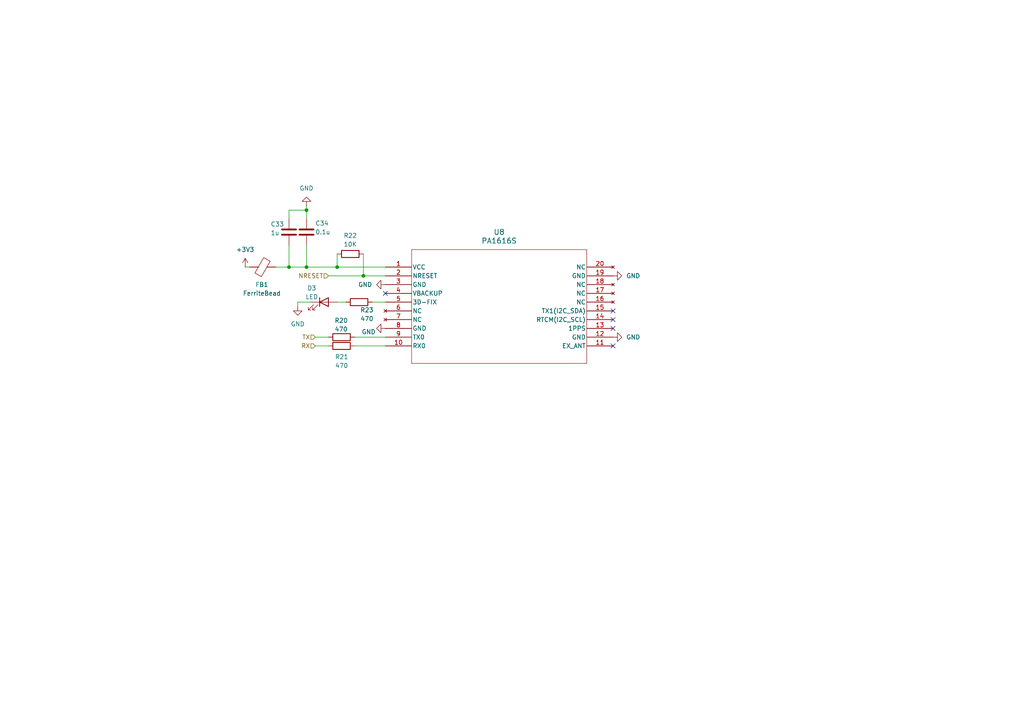
<source format=kicad_sch>
(kicad_sch (version 20250114) (generator "eeschema") (generator_version "9.0")
  (paper "A4")
  (lib_symbols
    (symbol "Device:C" (pin_numbers (hide yes)) (pin_names (offset 0.254))
      (property "Reference" "C" (at 0.635 2.54 0))
      (property "Value" "C" (at 0.635 -2.54 0))
      (symbol "C_0_1"
        (polyline (pts (xy -2.032 0.762) (xy 2.032 0.762)) (stroke (width 0.508)))
        (polyline (pts (xy -2.032 -0.762) (xy 2.032 -0.762)) (stroke (width 0.508)))
      )
      (symbol "C_1_1"
        (pin passive line (at 0 3.81 270) (length 2.794) (name "~") (number "1"))
        (pin passive line (at 0 -3.81 90) (length 2.794) (name "~") (number "2"))
      )
    )
    (symbol "Device:FerriteBead" (pin_numbers (hide yes)) (pin_names (offset 0))
      (property "Reference" "FB" (at -3.81 0.635 90))
      (property "Value" "FerriteBead" (at 3.81 0 90))
      (symbol "FerriteBead_0_1"
        (polyline (pts (xy -2.7686 0.4064) (xy -1.7018 2.2606) (xy 2.7686 -0.3048) (xy 1.6764 -2.159) (xy -2.7686 0.4064)))
        (polyline (pts (xy 0 1.27) (xy 0 1.2954)))
        (polyline (pts (xy 0 -1.27) (xy 0 -1.2192)))
      )
      (symbol "FerriteBead_1_1"
        (pin passive line (at 0 3.81 270) (length 2.54) (name "~") (number "1"))
        (pin passive line (at 0 -3.81 90) (length 2.54) (name "~") (number "2"))
      )
    )
    (symbol "Device:LED" (pin_numbers (hide yes)) (pin_names (offset 1.016) (hide yes))
      (property "Reference" "D" (at 0 2.54 0))
      (property "Value" "LED" (at 0 -2.54 0))
      (symbol "LED_0_1"
        (polyline (pts (xy -3.048 -0.762) (xy -4.572 -2.286) (xy -3.81 -2.286) (xy -4.572 -2.286) (xy -4.572 -1.524)))
        (polyline (pts (xy -1.778 -0.762) (xy -3.302 -2.286) (xy -2.54 -2.286) (xy -3.302 -2.286) (xy -3.302 -1.524)))
        (polyline (pts (xy -1.27 0) (xy 1.27 0)))
        (polyline (pts (xy -1.27 -1.27) (xy -1.27 1.27)) (stroke (width 0.254)))
        (polyline (pts (xy 1.27 -1.27) (xy 1.27 1.27) (xy -1.27 0) (xy 1.27 -1.27)) (stroke (width 0.254)))
      )
      (symbol "LED_1_1"
        (pin passive line (at -3.81 0 0) (length 2.54) (name "K") (number "1"))
        (pin passive line (at 3.81 0 180) (length 2.54) (name "A") (number "2"))
      )
    )
    (symbol "Device:R" (pin_numbers (hide yes)) (pin_names (offset 0))
      (property "Reference" "R" (at 2.032 0 90))
      (property "Value" "R" (at 0 0 90))
      (symbol "R_0_1"
        (rectangle (start -1.016 -2.54) (end 1.016 2.54) (stroke (width 0.254)))
      )
      (symbol "R_1_1"
        (pin passive line (at 0 3.81 270) (length 1.27) (name "~") (number "1"))
        (pin passive line (at 0 -3.81 90) (length 1.27) (name "~") (number "2"))
      )
    )
    (symbol "PA1616S:PA1616S" (pin_names (offset 0.254))
      (property "Reference" "U" (at 33.02 10.16 0))
      (property "Value" "PA1616S" (at 33.02 7.62 0))
      (symbol "PA1616S_0_1"
        (polyline (pts (xy 7.62 5.08) (xy 7.62 -27.94)) (stroke (width 0.127)))
        (polyline (pts (xy 7.62 -27.94) (xy 58.42 -27.94)) (stroke (width 0.127)))
        (polyline (pts (xy 58.42 5.08) (xy 7.62 5.08)) (stroke (width 0.127)))
        (polyline (pts (xy 58.42 -27.94) (xy 58.42 5.08)) (stroke (width 0.127)))
        (pin power_in line (at 0 0 0) (length 7.62) (name "VCC") (number "1"))
        (pin input line (at 0 -2.54 0) (length 7.62) (name "NRESET") (number "2"))
        (pin power_out line (at 0 -5.08 0) (length 7.62) (name "GND") (number "3"))
        (pin power_in line (at 0 -7.62 0) (length 7.62) (name "VBACKUP") (number "4"))
        (pin output line (at 0 -10.16 0) (length 7.62) (name "3D-FIX") (number "5"))
        (pin no_connect line (at 0 -12.7 0) (length 7.62) (name "NC") (number "6"))
        (pin no_connect line (at 0 -15.24 0) (length 7.62) (name "NC") (number "7"))
        (pin power_out line (at 0 -17.78 0) (length 7.62) (name "GND") (number "8"))
        (pin output line (at 0 -20.32 0) (length 7.62) (name "TX0") (number "9"))
        (pin input line (at 0 -22.86 0) (length 7.62) (name "RX0") (number "10"))
        (pin no_connect line (at 66.04 0 180) (length 7.62) (name "NC") (number "20"))
        (pin power_out line (at 66.04 -2.54 180) (length 7.62) (name "GND") (number "19"))
        (pin no_connect line (at 66.04 -5.08 180) (length 7.62) (name "NC") (number "18"))
        (pin no_connect line (at 66.04 -7.62 180) (length 7.62) (name "NC") (number "17"))
        (pin no_connect line (at 66.04 -10.16 180) (length 7.62) (name "NC") (number "16"))
        (pin output line (at 66.04 -12.7 180) (length 7.62) (name "TX1(I2C_SDA)") (number "15"))
        (pin input line (at 66.04 -15.24 180) (length 7.62) (name "RTCM(I2C_SCL)") (number "14"))
        (pin output line (at 66.04 -17.78 180) (length 7.62) (name "1PPS") (number "13"))
        (pin power_out line (at 66.04 -20.32 180) (length 7.62) (name "GND") (number "12"))
        (pin input line (at 66.04 -22.86 180) (length 7.62) (name "EX_ANT") (number "11"))
      )
    )
    (symbol "power:+3V3" (power) (pin_numbers (hide yes)) (pin_names (offset 0) (hide yes))
      (property "Value" "+3V3" (at 0 3.556 0))
      (symbol "+3V3_0_1"
        (polyline (pts (xy -0.762 1.27) (xy 0 2.54)))
        (polyline (pts (xy 0 2.54) (xy 0.762 1.27)))
        (polyline (pts (xy 0 0) (xy 0 2.54)))
      )
      (symbol "+3V3_1_1"
        (pin power_in line (at 0 0 90) (length 0) (name "~") (number "1"))
      )
    )
    (symbol "power:GND" (power) (pin_numbers (hide yes)) (pin_names (offset 0) (hide yes))
      (property "Value" "GND" (at 0 -3.81 0))
      (symbol "GND_0_1"
        (polyline (pts (xy 0 0) (xy 0 -1.27) (xy 1.27 -1.27) (xy 0 -2.54) (xy -1.27 -1.27) (xy 0 -1.27)))
      )
      (symbol "GND_1_1"
        (pin power_in line (at 0 0 270) (length 0) (name "~") (number "1"))
      )
    )
  )
  (junction (at 83.82 77.47))
  (junction (at 88.9 77.47))
  (junction (at 97.79 77.47))
  (junction (at 105.41 80.01))
  (junction (at 88.9 60.96))
  (no_connect (at 177.8 90.17))
  (no_connect (at 177.8 92.71))
  (no_connect (at 177.8 95.25))
  (no_connect (at 177.8 100.33))
  (no_connect (at 111.76 85.09))
  (wire (pts (xy 95.25 80.01) (xy 105.41 80.01)))
  (wire (pts (xy 86.36 88.9) (xy 86.36 87.63)))
  (wire (pts (xy 86.36 87.63) (xy 90.17 87.63)))
  (wire (pts (xy 83.82 63.5) (xy 83.82 60.96)))
  (wire (pts (xy 95.25 97.79) (xy 91.44 97.79)))
  (wire (pts (xy 97.79 73.66) (xy 97.79 77.47)))
  (wire (pts (xy 97.79 77.47) (xy 111.76 77.47)))
  (wire (pts (xy 80.01 77.47) (xy 83.82 77.47)))
  (wire (pts (xy 107.95 87.63) (xy 111.76 87.63)))
  (wire (pts (xy 83.82 77.47) (xy 88.9 77.47)))
  (wire (pts (xy 88.9 77.47) (xy 97.79 77.47)))
  (wire (pts (xy 95.25 100.33) (xy 91.44 100.33)))
  (wire (pts (xy 105.41 73.66) (xy 105.41 80.01)))
  (wire (pts (xy 71.12 77.47) (xy 72.39 77.47)))
  (wire (pts (xy 88.9 60.96) (xy 88.9 63.5)))
  (wire (pts (xy 102.87 100.33) (xy 111.76 100.33)))
  (wire (pts (xy 102.87 97.79) (xy 111.76 97.79)))
  (wire (pts (xy 83.82 71.12) (xy 83.82 77.47)))
  (wire (pts (xy 83.82 60.96) (xy 88.9 60.96)))
  (wire (pts (xy 105.41 80.01) (xy 111.76 80.01)))
  (wire (pts (xy 100.33 87.63) (xy 97.79 87.63)))
  (wire (pts (xy 88.9 77.47) (xy 88.9 71.12)))
  (wire (pts (xy 88.9 60.96) (xy 88.9 59.69)))
  (hierarchical_label "TX" (shape input) (at 91.44 97.79 180))
  (hierarchical_label "RX" (shape input) (at 91.44 100.33 180))
  (hierarchical_label "NRESET" (shape input) (at 95.25 80.01 180))
  (symbol (lib_id "Device:R") (at 99.06 100.33 90) (unit 1)
    (property "Reference" "R21" (at 97.155 103.5049 90) (effects (justify right)))
    (property "Value" "470" (at 97.155 106.0449 90) (effects (justify right)))
    (property "Footprint" "Resistor_SMD:R_0805_2012Metric" (effects (hide yes)))
    (property "Description" "Resistor" (effects (hide yes)))
  )
  (symbol (lib_id "power:GND") (at 111.76 95.25 270) (unit 1)
    (property "Reference" "#PWR072" (effects (hide yes)))
    (property "Value" "GND" (at 108.966 96.266 90) (effects (justify right)))
    (property "Description" "Power symbol creates a global label with name \"GND\" , ground" (effects (hide yes)))
  )
  (symbol (lib_id "PA1616S:PA1616S") (at 111.76 77.47 0) (unit 1)
    (property "Reference" "U8" (at 144.78 67.31 0) (effects (font (size 1.524 1.524))))
    (property "Value" "PA1616S" (at 144.78 69.85 0) (effects (font (size 1.524 1.524))))
    (property "Footprint" "CarteDiem_parts:PA1616S_ADA" (effects (hide yes)))
    (property "Datasheet" "790" (effects (hide yes)))
  )
  (symbol (lib_id "power:GND") (at 111.76 82.55 270) (unit 1)
    (property "Reference" "#PWR071" (effects (hide yes)))
    (property "Value" "GND" (at 107.95 82.5499 90) (effects (justify right)))
    (property "Description" "Power symbol creates a global label with name \"GND\" , ground" (effects (hide yes)))
  )
  (symbol (lib_id "Device:R") (at 101.6 73.66 90) (unit 1)
    (property "Reference" "R22" (at 101.6 68.326 90))
    (property "Value" "10K" (at 101.6 70.866 90))
    (property "Footprint" "Resistor_SMD:R_0603_1608Metric" (effects (hide yes)))
    (property "Description" "Resistor" (effects (hide yes)))
  )
  (symbol (lib_id "Device:FerriteBead") (at 76.2 77.47 90) (unit 1)
    (property "Reference" "FB1" (at 75.946 82.55 90))
    (property "Value" "FerriteBead" (at 75.946 85.09 90))
    (property "Footprint" "Inductor_SMD:L_0603_1608Metric" (effects (hide yes)))
    (property "Description" "Ferrite bead" (effects (hide yes)))
  )
  (symbol (lib_id "power:GND") (at 177.8 97.79 90) (unit 1)
    (property "Reference" "#PWR074" (effects (hide yes)))
    (property "Value" "GND" (at 181.61 97.7899 90) (effects (justify right)))
    (property "Description" "Power symbol creates a global label with name \"GND\" , ground" (effects (hide yes)))
  )
  (symbol (lib_id "power:+3V3") (at 71.12 77.47 0) (unit 1)
    (property "Reference" "#PWR068" (effects (hide yes)))
    (property "Value" "+3V3" (at 71.12 72.39 0))
    (property "Description" "Power symbol creates a global label with name \"+3V3\"" (effects (hide yes)))
  )
  (symbol (lib_id "Device:R") (at 99.06 97.79 270) (unit 1)
    (property "Reference" "R20" (at 97.028 92.964 90) (effects (justify left)))
    (property "Value" "470" (at 97.028 95.504 90) (effects (justify left)))
    (property "Footprint" "Resistor_SMD:R_0805_2012Metric" (effects (hide yes)))
    (property "Description" "Resistor" (effects (hide yes)))
  )
  (symbol (lib_id "Device:C") (at 88.9 67.31 0) (unit 1)
    (property "Reference" "C34" (at 91.44 64.77 0) (effects (justify left)))
    (property "Value" "0.1u" (at 91.44 67.31 0) (effects (justify left)))
    (property "Footprint" "Capacitor_SMD:C_0603_1608Metric" (effects (hide yes)))
    (property "Description" "Unpolarized capacitor" (effects (hide yes)))
  )
  (symbol (lib_id "Device:LED") (at 93.98 87.63 0) (unit 1)
    (property "Reference" "D3" (at 90.424 83.566 0))
    (property "Value" "LED" (at 90.424 86.106 0))
    (property "Footprint" "Diode_SMD:D_SOD-123" (effects (hide yes)))
    (property "Description" "Light emitting diode" (effects (hide yes)))
    (property "Sim.Pins" "1=K 2=A" (effects (hide yes)))
  )
  (symbol (lib_id "power:GND") (at 86.36 88.9 0) (unit 1)
    (property "Reference" "#PWR069" (effects (hide yes)))
    (property "Value" "GND" (at 86.36 93.98 0))
    (property "Description" "Power symbol creates a global label with name \"GND\" , ground" (effects (hide yes)))
  )
  (symbol (lib_id "Device:C") (at 83.82 67.31 0) (unit 1)
    (property "Reference" "C33" (at 78.486 65.024 0) (effects (justify left)))
    (property "Value" "1u" (at 78.486 67.564 0) (effects (justify left)))
    (property "Footprint" "Capacitor_SMD:C_0603_1608Metric" (effects (hide yes)))
    (property "Description" "Unpolarized capacitor" (effects (hide yes)))
  )
  (symbol (lib_id "Device:R") (at 104.14 87.63 90) (unit 1)
    (property "Reference" "R23" (at 106.426 89.916 90))
    (property "Value" "470" (at 106.426 92.456 90))
    (property "Footprint" "Resistor_SMD:R_0805_2012Metric" (effects (hide yes)))
    (property "Description" "Resistor" (effects (hide yes)))
  )
  (symbol (lib_id "power:GND") (at 88.9 59.69 180) (unit 1)
    (property "Reference" "#PWR070" (effects (hide yes)))
    (property "Value" "GND" (at 88.9 54.61 0))
    (property "Description" "Power symbol creates a global label with name \"GND\" , ground" (effects (hide yes)))
  )
  (symbol (lib_id "power:GND") (at 177.8 80.01 90) (unit 1)
    (property "Reference" "#PWR073" (effects (hide yes)))
    (property "Value" "GND" (at 181.61 80.0099 90) (effects (justify right)))
    (property "Description" "Power symbol creates a global label with name \"GND\" , ground" (effects (hide yes)))
  )
)
</source>
